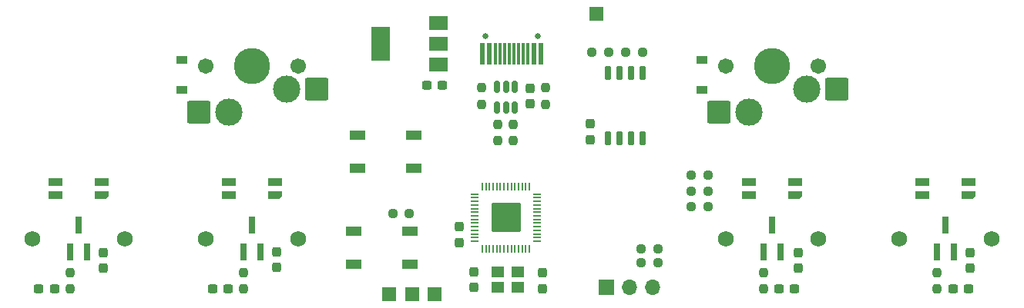
<source format=gbs>
G04 #@! TF.GenerationSoftware,KiCad,Pcbnew,(6.0.0)*
G04 #@! TF.CreationDate,2023-06-03T10:37:20-07:00*
G04 #@! TF.ProjectId,stepad,73746570-6164-42e6-9b69-6361645f7063,rev?*
G04 #@! TF.SameCoordinates,Original*
G04 #@! TF.FileFunction,Soldermask,Bot*
G04 #@! TF.FilePolarity,Negative*
%FSLAX46Y46*%
G04 Gerber Fmt 4.6, Leading zero omitted, Abs format (unit mm)*
G04 Created by KiCad (PCBNEW (6.0.0)) date 2023-06-03 10:37:20*
%MOMM*%
%LPD*%
G01*
G04 APERTURE LIST*
G04 Aperture macros list*
%AMRoundRect*
0 Rectangle with rounded corners*
0 $1 Rounding radius*
0 $2 $3 $4 $5 $6 $7 $8 $9 X,Y pos of 4 corners*
0 Add a 4 corners polygon primitive as box body*
4,1,4,$2,$3,$4,$5,$6,$7,$8,$9,$2,$3,0*
0 Add four circle primitives for the rounded corners*
1,1,$1+$1,$2,$3*
1,1,$1+$1,$4,$5*
1,1,$1+$1,$6,$7*
1,1,$1+$1,$8,$9*
0 Add four rect primitives between the rounded corners*
20,1,$1+$1,$2,$3,$4,$5,0*
20,1,$1+$1,$4,$5,$6,$7,0*
20,1,$1+$1,$6,$7,$8,$9,0*
20,1,$1+$1,$8,$9,$2,$3,0*%
%AMOutline5P*
0 Free polygon, 5 corners , with rotation*
0 The origin of the aperture is its center*
0 number of corners: always 5*
0 $1 to $10 corner X, Y*
0 $11 Rotation angle, in degrees counterclockwise*
0 create outline with 5 corners*
4,1,5,$1,$2,$3,$4,$5,$6,$7,$8,$9,$10,$1,$2,$11*%
%AMOutline6P*
0 Free polygon, 6 corners , with rotation*
0 The origin of the aperture is its center*
0 number of corners: always 6*
0 $1 to $12 corner X, Y*
0 $13 Rotation angle, in degrees counterclockwise*
0 create outline with 6 corners*
4,1,6,$1,$2,$3,$4,$5,$6,$7,$8,$9,$10,$11,$12,$1,$2,$13*%
%AMOutline7P*
0 Free polygon, 7 corners , with rotation*
0 The origin of the aperture is its center*
0 number of corners: always 7*
0 $1 to $14 corner X, Y*
0 $15 Rotation angle, in degrees counterclockwise*
0 create outline with 7 corners*
4,1,7,$1,$2,$3,$4,$5,$6,$7,$8,$9,$10,$11,$12,$13,$14,$1,$2,$15*%
%AMOutline8P*
0 Free polygon, 8 corners , with rotation*
0 The origin of the aperture is its center*
0 number of corners: always 8*
0 $1 to $16 corner X, Y*
0 $17 Rotation angle, in degrees counterclockwise*
0 create outline with 8 corners*
4,1,8,$1,$2,$3,$4,$5,$6,$7,$8,$9,$10,$11,$12,$13,$14,$15,$16,$1,$2,$17*%
G04 Aperture macros list end*
%ADD10C,1.750000*%
%ADD11C,1.701800*%
%ADD12C,3.000000*%
%ADD13C,3.987800*%
%ADD14RoundRect,0.200000X1.075000X1.050000X-1.075000X1.050000X-1.075000X-1.050000X1.075000X-1.050000X0*%
%ADD15RoundRect,0.237500X0.237500X-0.250000X0.237500X0.250000X-0.237500X0.250000X-0.237500X-0.250000X0*%
%ADD16RoundRect,0.237500X-0.250000X-0.237500X0.250000X-0.237500X0.250000X0.237500X-0.250000X0.237500X0*%
%ADD17R,0.800000X1.900000*%
%ADD18R,1.200000X0.900000*%
%ADD19R,1.500000X1.500000*%
%ADD20RoundRect,0.237500X-0.237500X0.300000X-0.237500X-0.300000X0.237500X-0.300000X0.237500X0.300000X0*%
%ADD21Outline5P,-0.750000X0.180000X-0.480000X0.450000X0.750000X0.450000X0.750000X-0.450000X-0.750000X-0.450000X180.000000*%
%ADD22R,1.500000X0.900000*%
%ADD23RoundRect,0.237500X0.300000X0.237500X-0.300000X0.237500X-0.300000X-0.237500X0.300000X-0.237500X0*%
%ADD24RoundRect,0.237500X-0.237500X0.250000X-0.237500X-0.250000X0.237500X-0.250000X0.237500X0.250000X0*%
%ADD25C,0.650000*%
%ADD26R,0.600000X2.450000*%
%ADD27R,0.300000X2.450000*%
%ADD28RoundRect,0.237500X0.250000X0.237500X-0.250000X0.237500X-0.250000X-0.237500X0.250000X-0.237500X0*%
%ADD29RoundRect,0.237500X-0.300000X-0.237500X0.300000X-0.237500X0.300000X0.237500X-0.300000X0.237500X0*%
%ADD30RoundRect,0.150000X-0.150000X0.650000X-0.150000X-0.650000X0.150000X-0.650000X0.150000X0.650000X0*%
%ADD31R,1.400000X1.200000*%
%ADD32RoundRect,0.237500X0.237500X-0.300000X0.237500X0.300000X-0.237500X0.300000X-0.237500X-0.300000X0*%
%ADD33R,1.800000X1.100000*%
%ADD34R,1.700000X1.700000*%
%ADD35O,1.700000X1.700000*%
%ADD36RoundRect,0.050000X0.387500X0.050000X-0.387500X0.050000X-0.387500X-0.050000X0.387500X-0.050000X0*%
%ADD37RoundRect,0.050000X0.050000X0.387500X-0.050000X0.387500X-0.050000X-0.387500X0.050000X-0.387500X0*%
%ADD38RoundRect,0.144000X1.456000X1.456000X-1.456000X1.456000X-1.456000X-1.456000X1.456000X-1.456000X0*%
%ADD39RoundRect,0.150000X-0.150000X0.512500X-0.150000X-0.512500X0.150000X-0.512500X0.150000X0.512500X0*%
%ADD40R,2.000000X1.500000*%
%ADD41R,2.000000X3.800000*%
G04 APERTURE END LIST*
D10*
X164370000Y-72000000D03*
X174530000Y-72000000D03*
X250730000Y-72000000D03*
X240570000Y-72000000D03*
D11*
X231680000Y-52950000D03*
D12*
X230410000Y-55490000D03*
X224060000Y-58030000D03*
D13*
X226600000Y-52950000D03*
D11*
X221520000Y-52950000D03*
D14*
X233685000Y-55490000D03*
X220758000Y-58030000D03*
D10*
X145320000Y-72000000D03*
X155480000Y-72000000D03*
X231680000Y-72000000D03*
X221520000Y-72000000D03*
D13*
X169450000Y-52950000D03*
D12*
X166910000Y-58030000D03*
D11*
X164370000Y-52950000D03*
D12*
X173260000Y-55490000D03*
D11*
X174530000Y-52950000D03*
D14*
X176535000Y-55490000D03*
X163608000Y-58030000D03*
D15*
X198150000Y-61212500D03*
X198150000Y-59387500D03*
D16*
X217712500Y-65050000D03*
X219537500Y-65050000D03*
D17*
X246600000Y-73500000D03*
X244700000Y-73500000D03*
X245650000Y-70500000D03*
D18*
X161775000Y-52325000D03*
X161775000Y-55625000D03*
D16*
X184912500Y-69225000D03*
X186737500Y-69225000D03*
D19*
X184550000Y-78100000D03*
D20*
X192200000Y-70712500D03*
X192200000Y-72437500D03*
X229500000Y-73537500D03*
X229500000Y-75262500D03*
D21*
X172000000Y-67250000D03*
D22*
X166900000Y-67250000D03*
X166900000Y-65750000D03*
X172000000Y-65750000D03*
D21*
X248200000Y-67250000D03*
D22*
X243100000Y-67250000D03*
X243100000Y-65750000D03*
X248200000Y-65750000D03*
D23*
X166837500Y-77575000D03*
X165112500Y-77575000D03*
D18*
X218900000Y-52350000D03*
X218900000Y-55650000D03*
D24*
X196450000Y-59387500D03*
X196450000Y-61212500D03*
D16*
X217712500Y-66750000D03*
X219537500Y-66750000D03*
D25*
X200865000Y-49715000D03*
X195085000Y-49715000D03*
D26*
X194750000Y-51660000D03*
X195525000Y-51660000D03*
D27*
X196225000Y-51660000D03*
X196725000Y-51660000D03*
X197225000Y-51660000D03*
X197725000Y-51660000D03*
X198225000Y-51660000D03*
X198725000Y-51660000D03*
X199225000Y-51660000D03*
X199725000Y-51660000D03*
D26*
X200425000Y-51660000D03*
X201200000Y-51660000D03*
D17*
X227550000Y-73500000D03*
X225650000Y-73500000D03*
X226600000Y-70500000D03*
D24*
X244700000Y-75737500D03*
X244700000Y-77562500D03*
D17*
X170400000Y-73500000D03*
X168500000Y-73500000D03*
X169450000Y-70500000D03*
D28*
X219537500Y-68450000D03*
X217712500Y-68450000D03*
D29*
X227362500Y-77575000D03*
X229087500Y-77575000D03*
D28*
X212337500Y-51475000D03*
X210512500Y-51475000D03*
D24*
X225650000Y-75737500D03*
X225650000Y-77562500D03*
D20*
X206650000Y-59362500D03*
X206650000Y-61087500D03*
D30*
X208595000Y-53725000D03*
X209865000Y-53725000D03*
X211135000Y-53725000D03*
X212405000Y-53725000D03*
X212405000Y-60925000D03*
X211135000Y-60925000D03*
X209865000Y-60925000D03*
X208595000Y-60925000D03*
D31*
X196450000Y-75690000D03*
X198650000Y-75690000D03*
X198650000Y-77390000D03*
X196450000Y-77390000D03*
D24*
X168500000Y-75737500D03*
X168500000Y-77562500D03*
D32*
X193825000Y-77412500D03*
X193825000Y-75687500D03*
D29*
X246462500Y-77575000D03*
X248187500Y-77575000D03*
D24*
X149450000Y-75737500D03*
X149450000Y-77562500D03*
D33*
X181050000Y-64275000D03*
X187250000Y-60575000D03*
X181050000Y-60575000D03*
X187250000Y-64275000D03*
D34*
X208375000Y-77350000D03*
D35*
X210915000Y-77350000D03*
X213455000Y-77350000D03*
D33*
X186850000Y-71175000D03*
X180650000Y-74875000D03*
X186850000Y-74875000D03*
X180650000Y-71175000D03*
D20*
X248400000Y-73537500D03*
X248400000Y-75262500D03*
X153100000Y-73537500D03*
X153100000Y-75262500D03*
D15*
X201750000Y-57187500D03*
X201750000Y-55362500D03*
D19*
X207275000Y-47225000D03*
X187050000Y-78100000D03*
D23*
X147762500Y-77575000D03*
X146037500Y-77575000D03*
D28*
X214037500Y-73100000D03*
X212212500Y-73100000D03*
D24*
X194650000Y-55387500D03*
X194650000Y-57212500D03*
D21*
X152950000Y-67250000D03*
D22*
X147850000Y-67250000D03*
X147850000Y-65750000D03*
X152950000Y-65750000D03*
D28*
X208637500Y-51450000D03*
X206812500Y-51450000D03*
D32*
X200050000Y-57137500D03*
X200050000Y-55412500D03*
D19*
X189550000Y-78100000D03*
D28*
X214037500Y-74675000D03*
X212212500Y-74675000D03*
D29*
X188662500Y-55100000D03*
X190387500Y-55100000D03*
D36*
X200787500Y-67100000D03*
X200787500Y-67500000D03*
X200787500Y-67900000D03*
X200787500Y-68300000D03*
X200787500Y-68700000D03*
X200787500Y-69100000D03*
X200787500Y-69500000D03*
X200787500Y-69900000D03*
X200787500Y-70300000D03*
X200787500Y-70700000D03*
X200787500Y-71100000D03*
X200787500Y-71500000D03*
X200787500Y-71900000D03*
X200787500Y-72300000D03*
D37*
X199950000Y-73137500D03*
X199550000Y-73137500D03*
X199150000Y-73137500D03*
X198750000Y-73137500D03*
X198350000Y-73137500D03*
X197950000Y-73137500D03*
X197550000Y-73137500D03*
X197150000Y-73137500D03*
X196750000Y-73137500D03*
X196350000Y-73137500D03*
X195950000Y-73137500D03*
X195550000Y-73137500D03*
X195150000Y-73137500D03*
X194750000Y-73137500D03*
D36*
X193912500Y-72300000D03*
X193912500Y-71900000D03*
X193912500Y-71500000D03*
X193912500Y-71100000D03*
X193912500Y-70700000D03*
X193912500Y-70300000D03*
X193912500Y-69900000D03*
X193912500Y-69500000D03*
X193912500Y-69100000D03*
X193912500Y-68700000D03*
X193912500Y-68300000D03*
X193912500Y-67900000D03*
X193912500Y-67500000D03*
X193912500Y-67100000D03*
D37*
X194750000Y-66262500D03*
X195150000Y-66262500D03*
X195550000Y-66262500D03*
X195950000Y-66262500D03*
X196350000Y-66262500D03*
X196750000Y-66262500D03*
X197150000Y-66262500D03*
X197550000Y-66262500D03*
X197950000Y-66262500D03*
X198350000Y-66262500D03*
X198750000Y-66262500D03*
X199150000Y-66262500D03*
X199550000Y-66262500D03*
X199950000Y-66262500D03*
D38*
X197350000Y-69700000D03*
D21*
X229150000Y-67250000D03*
D22*
X224050000Y-67250000D03*
X224050000Y-65750000D03*
X229150000Y-65750000D03*
D17*
X151350000Y-73500000D03*
X149450000Y-73500000D03*
X150400000Y-70500000D03*
D20*
X172150000Y-73487500D03*
X172150000Y-75212500D03*
X201350000Y-75787500D03*
X201350000Y-77512500D03*
D39*
X196400000Y-55312500D03*
X197350000Y-55312500D03*
X198300000Y-55312500D03*
X198300000Y-57587500D03*
X197350000Y-57587500D03*
X196400000Y-57587500D03*
D40*
X189900000Y-48225000D03*
D41*
X183600000Y-50525000D03*
D40*
X189900000Y-50525000D03*
X189900000Y-52825000D03*
M02*

</source>
